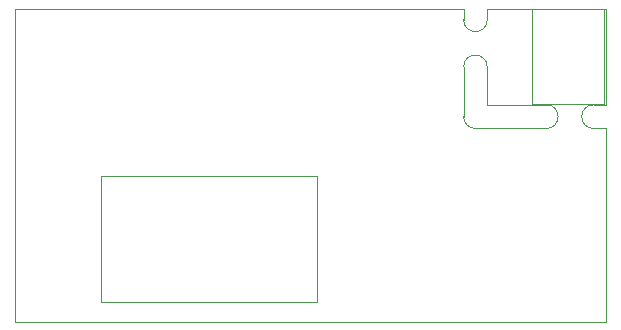
<source format=gbr>
%TF.GenerationSoftware,KiCad,Pcbnew,6.0.10-86aedd382b~118~ubuntu22.04.1*%
%TF.CreationDate,2023-01-11T10:16:45+01:00*%
%TF.ProjectId,nuc-compute-cluster-environment-sensor,6e75632d-636f-46d7-9075-74652d636c75,rev?*%
%TF.SameCoordinates,Original*%
%TF.FileFunction,Other,User*%
%FSLAX46Y46*%
G04 Gerber Fmt 4.6, Leading zero omitted, Abs format (unit mm)*
G04 Created by KiCad (PCBNEW 6.0.10-86aedd382b~118~ubuntu22.04.1) date 2023-01-11 10:16:45 commit a17aeb8*
%MOMM*%
%LPD*%
G01*
G04 APERTURE LIST*
%TA.AperFunction,Profile*%
%ADD10C,0.100000*%
%TD*%
%ADD11C,0.050000*%
G04 APERTURE END LIST*
D10*
X50000000Y18350000D02*
X50000000Y26500000D01*
X48950000Y18350000D02*
G75*
G03*
X48950000Y16350000I0J-1000000D01*
G01*
X44950000Y16350000D02*
G75*
G03*
X44950000Y18350000I0J1000000D01*
G01*
X50000000Y16350000D02*
X50000000Y0D01*
X39950000Y26500000D02*
X50000000Y26500000D01*
X0Y26500000D02*
X0Y0D01*
X48950000Y16350000D02*
X50000000Y16350000D01*
X37950000Y26500000D02*
X0Y26500000D01*
X37948194Y17351594D02*
G75*
G03*
X38948209Y16351594I1000006J6D01*
G01*
X39950000Y18350000D02*
X44950000Y18350000D01*
X39950000Y18350000D02*
X39950000Y21550000D01*
X37950000Y25550000D02*
X37950000Y26500000D01*
X37950000Y21550000D02*
X37948209Y17351594D01*
X39950000Y21550000D02*
G75*
G03*
X37950000Y21550000I-1000000J0D01*
G01*
X48950000Y18350000D02*
X50000000Y18350000D01*
X39950000Y25550000D02*
X39950000Y26500000D01*
X37950000Y25550000D02*
G75*
G03*
X39950000Y25550000I1000000J0D01*
G01*
X38948209Y16351594D02*
X44950000Y16350000D01*
X0Y0D02*
X50000000Y0D01*
D11*
%TO.C,J3*%
X43775000Y18450000D02*
X49825000Y18450000D01*
X49825000Y18450000D02*
X49825000Y26450000D01*
X49825000Y26450000D02*
X43775000Y26450000D01*
X43775000Y26450000D02*
X43775000Y18450000D01*
%TO.C,BAT1*%
X25550000Y12350000D02*
X7250000Y12350000D01*
X25550000Y1650000D02*
X25550000Y12350000D01*
X7250000Y1650000D02*
X25550000Y1650000D01*
X7250000Y12350000D02*
X7250000Y1650000D01*
%TD*%
M02*

</source>
